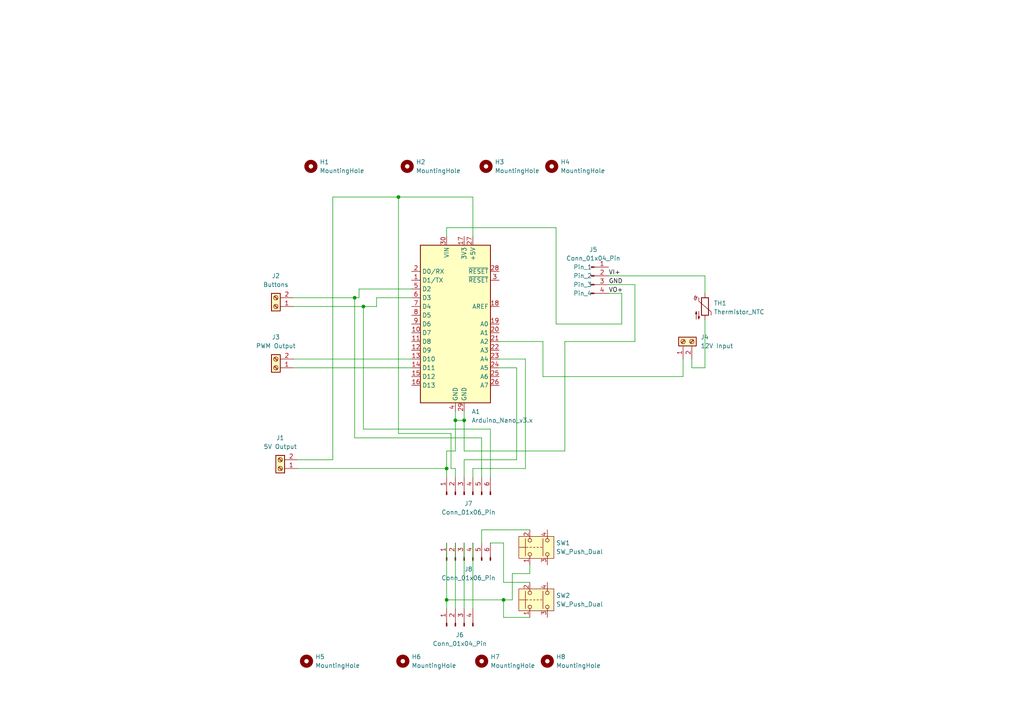
<source format=kicad_sch>
(kicad_sch (version 20250114) (generator "eeschema") (generator_version "9.0")
  (paper "A4")
  (lib_symbols
    (symbol "Conn_01x04_Pin_1" (pin_names (offset 1.016))
      (property "Reference" "J" (at 0 5.08 0))
      (property "Value" "Conn_01x04_Pin" (at 0 -7.62 0))
      (symbol "Conn_01x04_Pin_1_1_1"
        (rectangle (start 0.8636 2.667) (end 0 2.413) (stroke (width 0.1524)) (fill (type outline)))
        (rectangle (start 0.8636 0.127) (end 0 -0.127) (stroke (width 0.1524)) (fill (type outline)))
        (rectangle (start 0.8636 -2.413) (end 0 -2.667) (stroke (width 0.1524)) (fill (type outline)))
        (rectangle (start 0.8636 -4.953) (end 0 -5.207) (stroke (width 0.1524)) (fill (type outline)))
        (polyline (pts (xy 1.27 2.54) (xy 0.8636 2.54)) (stroke (width 0.1524)))
        (polyline (pts (xy 1.27 0) (xy 0.8636 0)) (stroke (width 0.1524)))
        (polyline (pts (xy 1.27 -2.54) (xy 0.8636 -2.54)) (stroke (width 0.1524)))
        (polyline (pts (xy 1.27 -5.08) (xy 0.8636 -5.08)) (stroke (width 0.1524)))
        (pin passive line (at 5.08 2.54 180) (length 3.81) (name "Pin_1") (number "1"))
        (pin passive line (at 5.08 0 180) (length 3.81) (name "Pin_2") (number "2"))
        (pin passive line (at 5.08 -2.54 180) (length 3.81) (name "Pin_3") (number "3"))
        (pin passive line (at 5.08 -5.08 180) (length 3.81) (name "Pin_4") (number "4"))
      )
    )
    (symbol "Connector:Conn_01x04_Pin" (pin_names (offset 1.016) (hide yes))
      (property "Reference" "J" (at 0 5.08 0))
      (property "Value" "Conn_01x04_Pin" (at 0 -7.62 0))
      (symbol "Conn_01x04_Pin_1_1"
        (rectangle (start 0.8636 2.667) (end 0 2.413) (stroke (width 0.1524)) (fill (type outline)))
        (rectangle (start 0.8636 0.127) (end 0 -0.127) (stroke (width 0.1524)) (fill (type outline)))
        (rectangle (start 0.8636 -2.413) (end 0 -2.667) (stroke (width 0.1524)) (fill (type outline)))
        (rectangle (start 0.8636 -4.953) (end 0 -5.207) (stroke (width 0.1524)) (fill (type outline)))
        (polyline (pts (xy 1.27 2.54) (xy 0.8636 2.54)) (stroke (width 0.1524)))
        (polyline (pts (xy 1.27 0) (xy 0.8636 0)) (stroke (width 0.1524)))
        (polyline (pts (xy 1.27 -2.54) (xy 0.8636 -2.54)) (stroke (width 0.1524)))
        (polyline (pts (xy 1.27 -5.08) (xy 0.8636 -5.08)) (stroke (width 0.1524)))
        (pin passive line (at 5.08 2.54 180) (length 3.81) (name "Pin_1") (number "1"))
        (pin passive line (at 5.08 0 180) (length 3.81) (name "Pin_2") (number "2"))
        (pin passive line (at 5.08 -2.54 180) (length 3.81) (name "Pin_3") (number "3"))
        (pin passive line (at 5.08 -5.08 180) (length 3.81) (name "Pin_4") (number "4"))
      )
    )
    (symbol "Connector:Conn_01x06_Pin" (pin_names (offset 1.016) (hide yes))
      (property "Reference" "J" (at 0 7.62 0))
      (property "Value" "Conn_01x06_Pin" (at 0 -10.16 0))
      (symbol "Conn_01x06_Pin_1_1"
        (rectangle (start 0.8636 5.207) (end 0 4.953) (stroke (width 0.1524)) (fill (type outline)))
        (rectangle (start 0.8636 2.667) (end 0 2.413) (stroke (width 0.1524)) (fill (type outline)))
        (rectangle (start 0.8636 0.127) (end 0 -0.127) (stroke (width 0.1524)) (fill (type outline)))
        (rectangle (start 0.8636 -2.413) (end 0 -2.667) (stroke (width 0.1524)) (fill (type outline)))
        (rectangle (start 0.8636 -4.953) (end 0 -5.207) (stroke (width 0.1524)) (fill (type outline)))
        (rectangle (start 0.8636 -7.493) (end 0 -7.747) (stroke (width 0.1524)) (fill (type outline)))
        (polyline (pts (xy 1.27 5.08) (xy 0.8636 5.08)) (stroke (width 0.1524)))
        (polyline (pts (xy 1.27 2.54) (xy 0.8636 2.54)) (stroke (width 0.1524)))
        (polyline (pts (xy 1.27 0) (xy 0.8636 0)) (stroke (width 0.1524)))
        (polyline (pts (xy 1.27 -2.54) (xy 0.8636 -2.54)) (stroke (width 0.1524)))
        (polyline (pts (xy 1.27 -5.08) (xy 0.8636 -5.08)) (stroke (width 0.1524)))
        (polyline (pts (xy 1.27 -7.62) (xy 0.8636 -7.62)) (stroke (width 0.1524)))
        (pin passive line (at 5.08 5.08 180) (length 3.81) (name "Pin_1") (number "1"))
        (pin passive line (at 5.08 2.54 180) (length 3.81) (name "Pin_2") (number "2"))
        (pin passive line (at 5.08 0 180) (length 3.81) (name "Pin_3") (number "3"))
        (pin passive line (at 5.08 -2.54 180) (length 3.81) (name "Pin_4") (number "4"))
        (pin passive line (at 5.08 -5.08 180) (length 3.81) (name "Pin_5") (number "5"))
        (pin passive line (at 5.08 -7.62 180) (length 3.81) (name "Pin_6") (number "6"))
      )
    )
    (symbol "Connector:Screw_Terminal_01x02" (pin_names (offset 1.016) (hide yes))
      (property "Reference" "J" (at 0 2.54 0))
      (property "Value" "Screw_Terminal_01x02" (at 0 -5.08 0))
      (symbol "Screw_Terminal_01x02_1_1"
        (rectangle (start -1.27 1.27) (end 1.27 -3.81) (stroke (width 0.254)) (fill (type background)))
        (polyline (pts (xy -0.5334 0.3302) (xy 0.3302 -0.508)) (stroke (width 0.1524)))
        (polyline (pts (xy -0.5334 -2.2098) (xy 0.3302 -3.048)) (stroke (width 0.1524)))
        (polyline (pts (xy -0.3556 0.508) (xy 0.508 -0.3302)) (stroke (width 0.1524)))
        (polyline (pts (xy -0.3556 -2.032) (xy 0.508 -2.8702)) (stroke (width 0.1524)))
        (circle (center 0 0) (radius 0.635) (stroke (width 0.1524)))
        (circle (center 0 -2.54) (radius 0.635) (stroke (width 0.1524)))
        (pin passive line (at -5.08 0 0) (length 3.81) (name "Pin_1") (number "1"))
        (pin passive line (at -5.08 -2.54 0) (length 3.81) (name "Pin_2") (number "2"))
      )
    )
    (symbol "Device:Thermistor_NTC" (pin_numbers (hide yes)) (pin_names (offset 0))
      (property "Reference" "TH" (at -4.445 0 90))
      (property "Value" "Thermistor_NTC" (at 3.175 0 90))
      (symbol "Thermistor_NTC_0_1"
        (arc (start -3.175 2.413) (mid -3.0506 2.3165) (end -3.048 2.159))
        (arc (start -3.048 2.794) (mid -2.9736 2.9736) (end -2.794 3.048))
        (arc (start -2.794 3.048) (mid -2.6144 2.9736) (end -2.54 2.794))
        (arc (start -2.794 2.54) (mid -2.9736 2.6144) (end -3.048 2.794))
        (arc (start -2.794 1.905) (mid -2.9736 1.9794) (end -3.048 2.159))
        (arc (start -2.54 2.159) (mid -2.6144 1.9794) (end -2.794 1.905))
        (arc (start -2.159 2.794) (mid -2.434 2.5608) (end -2.794 2.54))
        (polyline (pts (xy -2.54 2.159) (xy -2.54 2.794)))
        (polyline (pts (xy -2.54 -3.683) (xy -2.54 -1.397) (xy -2.794 -2.159) (xy -2.286 -2.159) (xy -2.54 -1.397) (xy -2.54 -1.651)) (fill (type outline)))
        (polyline (pts (xy -1.778 2.54) (xy -1.778 1.524) (xy 1.778 -1.524) (xy 1.778 -2.54)))
        (polyline (pts (xy -1.778 -1.397) (xy -1.778 -3.683) (xy -2.032 -2.921) (xy -1.524 -2.921) (xy -1.778 -3.683) (xy -1.778 -3.429)) (fill (type outline)))
        (rectangle (start -1.016 2.54) (end 1.016 -2.54) (stroke (width 0.254)))
      )
      (symbol "Thermistor_NTC_1_1"
        (pin passive line (at 0 3.81 270) (length 1.27) (name "~") (number "1"))
        (pin passive line (at 0 -3.81 90) (length 1.27) (name "~") (number "2"))
      )
    )
    (symbol "MCU_Module:Arduino_Nano_v3.x"
      (property "Reference" "A" (at -10.16 23.495 0))
      (property "Value" "Arduino_Nano_v3.x" (at 5.08 -24.13 0))
      (symbol "Arduino_Nano_v3.x_0_1"
        (rectangle (start -10.16 22.86) (end 10.16 -22.86) (stroke (width 0.254)) (fill (type background)))
      )
      (symbol "Arduino_Nano_v3.x_1_1"
        (pin bidirectional line (at -12.7 15.24 0) (length 2.54) (name "D0/RX") (number "2"))
        (pin bidirectional line (at -12.7 12.7 0) (length 2.54) (name "D1/TX") (number "1"))
        (pin bidirectional line (at -12.7 10.16 0) (length 2.54) (name "D2") (number "5"))
        (pin bidirectional line (at -12.7 7.62 0) (length 2.54) (name "D3") (number "6"))
        (pin bidirectional line (at -12.7 5.08 0) (length 2.54) (name "D4") (number "7"))
        (pin bidirectional line (at -12.7 2.54 0) (length 2.54) (name "D5") (number "8"))
        (pin bidirectional line (at -12.7 0 0) (length 2.54) (name "D6") (number "9"))
        (pin bidirectional line (at -12.7 -2.54 0) (length 2.54) (name "D7") (number "10"))
        (pin bidirectional line (at -12.7 -5.08 0) (length 2.54) (name "D8") (number "11"))
        (pin bidirectional line (at -12.7 -7.62 0) (length 2.54) (name "D9") (number "12"))
        (pin bidirectional line (at -12.7 -10.16 0) (length 2.54) (name "D10") (number "13"))
        (pin bidirectional line (at -12.7 -12.7 0) (length 2.54) (name "D11") (number "14"))
        (pin bidirectional line (at -12.7 -15.24 0) (length 2.54) (name "D12") (number "15"))
        (pin bidirectional line (at -12.7 -17.78 0) (length 2.54) (name "D13") (number "16"))
        (pin power_in line (at -2.54 25.4 270) (length 2.54) (name "VIN") (number "30"))
        (pin power_in line (at 0 -25.4 90) (length 2.54) (name "GND") (number "4"))
        (pin power_out line (at 2.54 25.4 270) (length 2.54) (name "3V3") (number "17"))
        (pin power_in line (at 2.54 -25.4 90) (length 2.54) (name "GND") (number "29"))
        (pin power_out line (at 5.08 25.4 270) (length 2.54) (name "+5V") (number "27"))
        (pin input line (at 12.7 15.24 180) (length 2.54) (name "~{RESET}") (number "28"))
        (pin input line (at 12.7 12.7 180) (length 2.54) (name "~{RESET}") (number "3"))
        (pin input line (at 12.7 5.08 180) (length 2.54) (name "AREF") (number "18"))
        (pin bidirectional line (at 12.7 0 180) (length 2.54) (name "A0") (number "19"))
        (pin bidirectional line (at 12.7 -2.54 180) (length 2.54) (name "A1") (number "20"))
        (pin bidirectional line (at 12.7 -5.08 180) (length 2.54) (name "A2") (number "21"))
        (pin bidirectional line (at 12.7 -7.62 180) (length 2.54) (name "A3") (number "22"))
        (pin bidirectional line (at 12.7 -10.16 180) (length 2.54) (name "A4") (number "23"))
        (pin bidirectional line (at 12.7 -12.7 180) (length 2.54) (name "A5") (number "24"))
        (pin bidirectional line (at 12.7 -15.24 180) (length 2.54) (name "A6") (number "25"))
        (pin bidirectional line (at 12.7 -17.78 180) (length 2.54) (name "A7") (number "26"))
      )
    )
    (symbol "Mechanical:MountingHole" (pin_names (offset 1.016)) (in_bom no)
      (property "Reference" "H" (at 0 5.08 0))
      (property "Value" "MountingHole" (at 0 3.175 0))
      (symbol "MountingHole_0_1"
        (circle (center 0 0) (radius 1.27) (stroke (width 1.27)))
      )
    )
    (symbol "Switch:SW_Push_Dual" (pin_names (offset 1.016) (hide yes))
      (property "Reference" "SW" (at 0 7.62 0))
      (property "Value" "SW_Push_Dual" (at 0 -6.35 0))
      (symbol "SW_Push_Dual_0_1"
        (circle (center -2.032 2.54) (radius 0.508))
        (circle (center -2.032 -2.54) (radius 0.508))
        (polyline (pts (xy 0 3.81) (xy 0 5.588)))
        (polyline (pts (xy 0 3.048) (xy 0 3.556)))
        (polyline (pts (xy 0 2.032) (xy 0 2.54)))
        (polyline (pts (xy 0 1.016) (xy 0 1.524)))
        (polyline (pts (xy 0 0.508) (xy 0 0)))
        (polyline (pts (xy 0 -0.508) (xy 0 -1.016)))
        (circle (center 2.032 2.54) (radius 0.508))
        (circle (center 2.032 -2.54) (radius 0.508))
        (polyline (pts (xy 2.54 3.81) (xy -2.54 3.81)))
        (polyline (pts (xy 2.54 -1.27) (xy -2.54 -1.27)))
        (pin passive line (at -5.08 2.54 0) (length 2.54) (name "1") (number "1"))
        (pin passive line (at -5.08 -2.54 0) (length 2.54) (name "3") (number "3"))
        (pin passive line (at 5.08 2.54 180) (length 2.54) (name "2") (number "2"))
        (pin passive line (at 5.08 -2.54 180) (length 2.54) (name "4") (number "4"))
      )
      (symbol "SW_Push_Dual_1_1"
        (rectangle (start -3.175 5.715) (end 3.175 -4.445) (fill (type background)))
      )
    )
  )
  (junction (at 102.87 86.36))
  (junction (at 105.41 88.9))
  (junction (at 134.62 121.92))
  (junction (at 115.57 57.15))
  (junction (at 129.54 173.99))
  (junction (at 129.54 135.89))
  (junction (at 132.08 121.92))
  (junction (at 146.05 173.99))
  (wire (pts (xy 132.08 121.92) (xy 132.08 119.38)))
  (wire (pts (xy 180.34 93.98) (xy 180.34 85.09)))
  (wire (pts (xy 85.09 106.68) (xy 119.38 106.68)))
  (wire (pts (xy 152.4 135.89) (xy 152.4 104.14)))
  (wire (pts (xy 157.48 109.22) (xy 198.12 109.22)))
  (wire (pts (xy 134.62 130.81) (xy 134.62 121.92)))
  (wire (pts (xy 109.22 88.9) (xy 109.22 86.36)))
  (wire (pts (xy 163.83 99.06) (xy 184.15 99.06)))
  (wire (pts (xy 105.41 88.9) (xy 109.22 88.9)))
  (wire (pts (xy 102.87 86.36) (xy 102.87 127)))
  (wire (pts (xy 104.14 86.36) (xy 104.14 83.82)))
  (wire (pts (xy 104.14 83.82) (xy 119.38 83.82)))
  (wire (pts (xy 132.08 130.81) (xy 132.08 121.92)))
  (wire (pts (xy 146.05 173.99) (xy 148.59 173.99)))
  (wire (pts (xy 137.16 157.48) (xy 137.16 176.53)))
  (wire (pts (xy 129.54 173.99) (xy 129.54 176.53)))
  (wire (pts (xy 139.7 153.67) (xy 139.7 157.48)))
  (wire (pts (xy 129.54 130.81) (xy 129.54 135.89)))
  (wire (pts (xy 134.62 130.81) (xy 163.83 130.81)))
  (wire (pts (xy 161.29 66.04) (xy 129.54 66.04)))
  (wire (pts (xy 153.67 163.83) (xy 153.67 166.37)))
  (wire (pts (xy 132.08 157.48) (xy 132.08 176.53)))
  (wire (pts (xy 129.54 66.04) (xy 129.54 68.58)))
  (wire (pts (xy 130.81 135.89) (xy 132.08 135.89)))
  (wire (pts (xy 134.62 133.35) (xy 149.86 133.35)))
  (wire (pts (xy 129.54 135.89) (xy 129.54 138.43)))
  (wire (pts (xy 137.16 135.89) (xy 152.4 135.89)))
  (wire (pts (xy 146.05 157.48) (xy 146.05 168.91)))
  (wire (pts (xy 96.52 57.15) (xy 115.57 57.15)))
  (wire (pts (xy 85.09 104.14) (xy 119.38 104.14)))
  (wire (pts (xy 184.15 82.55) (xy 176.53 82.55)))
  (wire (pts (xy 142.24 124.46) (xy 105.41 124.46)))
  (wire (pts (xy 204.47 106.68) (xy 200.66 106.68)))
  (wire (pts (xy 109.22 86.36) (xy 119.38 86.36)))
  (wire (pts (xy 144.78 104.14) (xy 152.4 104.14)))
  (wire (pts (xy 139.7 127) (xy 102.87 127)))
  (wire (pts (xy 153.67 168.91) (xy 146.05 168.91)))
  (wire (pts (xy 96.52 57.15) (xy 96.52 133.35)))
  (wire (pts (xy 129.54 157.48) (xy 129.54 173.99)))
  (wire (pts (xy 161.29 66.04) (xy 161.29 93.98)))
  (wire (pts (xy 161.29 93.98) (xy 180.34 93.98)))
  (wire (pts (xy 153.67 179.07) (xy 146.05 179.07)))
  (wire (pts (xy 149.86 106.68) (xy 144.78 106.68)))
  (wire (pts (xy 157.48 99.06) (xy 157.48 109.22)))
  (wire (pts (xy 146.05 157.48) (xy 142.24 157.48)))
  (wire (pts (xy 129.54 130.81) (xy 132.08 130.81)))
  (wire (pts (xy 204.47 80.01) (xy 204.47 85.09)))
  (wire (pts (xy 134.62 133.35) (xy 134.62 138.43)))
  (wire (pts (xy 200.66 106.68) (xy 200.66 104.14)))
  (wire (pts (xy 184.15 99.06) (xy 184.15 82.55)))
  (wire (pts (xy 105.41 88.9) (xy 105.41 124.46)))
  (wire (pts (xy 132.08 135.89) (xy 132.08 138.43)))
  (wire (pts (xy 96.52 133.35) (xy 86.36 133.35)))
  (wire (pts (xy 132.08 121.92) (xy 134.62 121.92)))
  (wire (pts (xy 102.87 86.36) (xy 104.14 86.36)))
  (wire (pts (xy 134.62 157.48) (xy 134.62 176.53)))
  (wire (pts (xy 153.67 166.37) (xy 148.59 166.37)))
  (wire (pts (xy 176.53 80.01) (xy 204.47 80.01)))
  (wire (pts (xy 85.09 86.36) (xy 102.87 86.36)))
  (wire (pts (xy 130.81 125.73) (xy 130.81 135.89)))
  (wire (pts (xy 115.57 57.15) (xy 137.16 57.15)))
  (wire (pts (xy 148.59 166.37) (xy 148.59 173.99)))
  (wire (pts (xy 139.7 138.43) (xy 139.7 127)))
  (wire (pts (xy 115.57 125.73) (xy 130.81 125.73)))
  (wire (pts (xy 134.62 121.92) (xy 134.62 119.38)))
  (wire (pts (xy 146.05 173.99) (xy 146.05 179.07)))
  (wire (pts (xy 198.12 104.14) (xy 198.12 109.22)))
  (wire (pts (xy 163.83 99.06) (xy 163.83 130.81)))
  (wire (pts (xy 85.09 88.9) (xy 105.41 88.9)))
  (wire (pts (xy 115.57 125.73) (xy 115.57 57.15)))
  (wire (pts (xy 129.54 173.99) (xy 146.05 173.99)))
  (wire (pts (xy 137.16 57.15) (xy 137.16 68.58)))
  (wire (pts (xy 86.36 135.89) (xy 129.54 135.89)))
  (wire (pts (xy 137.16 135.89) (xy 137.16 138.43)))
  (wire (pts (xy 153.67 153.67) (xy 139.7 153.67)))
  (wire (pts (xy 144.78 99.06) (xy 157.48 99.06)))
  (wire (pts (xy 142.24 138.43) (xy 142.24 124.46)))
  (wire (pts (xy 180.34 85.09) (xy 176.53 85.09)))
  (wire (pts (xy 204.47 106.68) (xy 204.47 92.71)))
  (wire (pts (xy 149.86 133.35) (xy 149.86 106.68)))
  (label "VI+" (at 176.53 80.01 0))
  (label "VO+" (at 176.53 85.09 0))
  (label "GND" (at 176.53 82.55 0))
  (symbol (lib_id "Mechanical:MountingHole") (at 139.7 191.77 0) (unit 1) (in_bom no)
    (property "Reference" "H7" (at 142.24 190.4999 0) (effects (justify left)))
    (property "Value" "MountingHole" (at 142.24 193.0399 0) (effects (justify left)))
    (property "Footprint" "MountingHole:MountingHole_2.2mm_M2_DIN965_Pad" (effects (hide yes)))
    (property "Description" "Mounting Hole without connection" (effects (hide yes)))
  )
  (symbol (lib_id "Device:Thermistor_NTC") (at 204.47 88.9 0) (unit 1)
    (property "Reference" "TH1" (at 207.01 87.9474 0) (effects (justify left)))
    (property "Value" "Thermistor_NTC" (at 207.01 90.4874 0) (effects (justify left)))
    (property "Footprint" "Resistor_THT:R_Axial_DIN0204_L3.6mm_D1.6mm_P5.08mm_Vertical" (effects (hide yes)))
    (property "Description" "Temperature dependent resistor, negative temperature coefficient" (effects (hide yes)))
  )
  (symbol (lib_id "Mechanical:MountingHole") (at 158.75 191.77 0) (unit 1) (in_bom no)
    (property "Reference" "H8" (at 161.29 190.4999 0) (effects (justify left)))
    (property "Value" "MountingHole" (at 161.29 193.0399 0) (effects (justify left)))
    (property "Footprint" "MountingHole:MountingHole_2.2mm_M2_DIN965_Pad" (effects (hide yes)))
    (property "Description" "Mounting Hole without connection" (effects (hide yes)))
  )
  (symbol (lib_id "Mechanical:MountingHole") (at 116.84 191.77 0) (unit 1) (in_bom no)
    (property "Reference" "H6" (at 119.38 190.4999 0) (effects (justify left)))
    (property "Value" "MountingHole" (at 119.38 193.0399 0) (effects (justify left)))
    (property "Footprint" "MountingHole:MountingHole_2.2mm_M2_DIN965_Pad" (effects (hide yes)))
    (property "Description" "Mounting Hole without connection" (effects (hide yes)))
  )
  (symbol (lib_id "Connector:Screw_Terminal_01x02") (at 198.12 99.06 90) (unit 1)
    (property "Reference" "J4" (at 203.2 97.7899 90) (effects (justify right)))
    (property "Value" "12V Input" (at 203.2 100.3299 90) (effects (justify right)))
    (property "Footprint" "TerminalBlock:TerminalBlock_bornier-2_P5.08mm" (effects (hide yes)))
    (property "Description" "Generic screw terminal, single row, 01x02, script generated (kicad-library-utils/schlib/autogen/connector/)" (effects (hide yes)))
  )
  (symbol (lib_id "MCU_Module:Arduino_Nano_v3.x") (at 132.08 93.98 0) (unit 1)
    (property "Reference" "A1" (at 136.7633 119.38 0) (effects (justify left)))
    (property "Value" "Arduino_Nano_v3.x" (at 136.7633 121.92 0) (effects (justify left)))
    (property "Footprint" "Module:Arduino_Nano" (effects (hide yes)))
    (property "Datasheet" "http://www.mouser.com/pdfdocs/Gravitech_Arduino_Nano3_0.pdf" (effects (hide yes)))
    (property "Description" "Arduino Nano v3.x" (effects (hide yes)))
  )
  (symbol (lib_id "Connector:Conn_01x04_Pin") (at 132.08 181.61 90) (unit 1)
    (property "Reference" "J6" (at 133.35 184.15 90))
    (property "Value" "Conn_01x04_Pin" (at 133.35 186.69 90))
    (property "Footprint" "Connector_PinHeader_2.54mm:PinHeader_1x04_P2.54mm_Vertical" (effects (hide yes)))
    (property "Description" "Generic connector, single row, 01x04, script generated" (effects (hide yes)))
  )
  (symbol (lib_id "Switch:SW_Push_Dual") (at 156.21 173.99 90) (unit 1)
    (property "Reference" "SW2" (at 161.29 172.7199 90) (effects (justify right)))
    (property "Value" "SW_Push_Dual" (at 161.29 175.2599 90) (effects (justify right)))
    (property "Footprint" "Button_Switch_THT:SW_PUSH-12mm" (effects (hide yes)))
    (property "Description" "Push button switch, generic, symbol, four pins" (effects (hide yes)))
  )
  (symbol (lib_id "Connector:Screw_Terminal_01x02") (at 80.01 106.68 180) (unit 1)
    (property "Reference" "J3" (at 80.01 97.79 0))
    (property "Value" "PWM Output" (at 80.01 100.33 0))
    (property "Footprint" "TerminalBlock:TerminalBlock_bornier-2_P5.08mm" (effects (hide yes)))
    (property "Description" "Generic screw terminal, single row, 01x02, script generated (kicad-library-utils/schlib/autogen/connector/)" (effects (hide yes)))
  )
  (symbol (lib_id "Connector:Conn_01x06_Pin") (at 134.62 162.56 90) (unit 1)
    (property "Reference" "J8" (at 135.89 165.1 90))
    (property "Value" "Conn_01x06_Pin" (at 135.89 167.64 90))
    (property "Footprint" "Connector_PinHeader_2.54mm:PinHeader_1x06_P2.54mm_Vertical" (effects (hide yes)))
    (property "Description" "Generic connector, single row, 01x06, script generated" (effects (hide yes)))
  )
  (symbol (lib_id "Mechanical:MountingHole") (at 90.17 48.26 0) (unit 1) (in_bom no)
    (property "Reference" "H1" (at 92.71 46.9899 0) (effects (justify left)))
    (property "Value" "MountingHole" (at 92.71 49.5299 0) (effects (justify left)))
    (property "Footprint" "MountingHole:MountingHole_2.2mm_M2_DIN965_Pad" (effects (hide yes)))
    (property "Description" "Mounting Hole without connection" (effects (hide yes)))
  )
  (symbol (lib_id "Connector:Screw_Terminal_01x02") (at 80.01 88.9 180) (unit 1)
    (property "Reference" "J2" (at 80.01 80.01 0))
    (property "Value" "Buttons" (at 80.01 82.55 0))
    (property "Footprint" "TerminalBlock:TerminalBlock_bornier-2_P5.08mm" (effects (hide yes)))
    (property "Description" "Generic screw terminal, single row, 01x02, script generated (kicad-library-utils/schlib/autogen/connector/)" (effects (hide yes)))
  )
  (symbol (lib_id "Connector:Screw_Terminal_01x02") (at 81.28 135.89 180) (unit 1)
    (property "Reference" "J1" (at 81.28 127 0))
    (property "Value" "5V Output" (at 81.28 129.54 0))
    (property "Footprint" "TerminalBlock:TerminalBlock_bornier-2_P5.08mm" (effects (hide yes)))
    (property "Description" "Generic screw terminal, single row, 01x02, script generated (kicad-library-utils/schlib/autogen/connector/)" (effects (hide yes)))
  )
  (symbol (lib_id "Mechanical:MountingHole") (at 118.11 48.26 0) (unit 1) (in_bom no)
    (property "Reference" "H2" (at 120.65 46.9899 0) (effects (justify left)))
    (property "Value" "MountingHole" (at 120.65 49.5299 0) (effects (justify left)))
    (property "Footprint" "MountingHole:MountingHole_2.2mm_M2_DIN965_Pad" (effects (hide yes)))
    (property "Description" "Mounting Hole without connection" (effects (hide yes)))
  )
  (symbol (lib_id "Mechanical:MountingHole") (at 160.02 48.26 0) (unit 1) (in_bom no)
    (property "Reference" "H4" (at 162.56 46.9899 0) (effects (justify left)))
    (property "Value" "MountingHole" (at 162.56 49.5299 0) (effects (justify left)))
    (property "Footprint" "MountingHole:MountingHole_2.2mm_M2_DIN965_Pad" (effects (hide yes)))
    (property "Description" "Mounting Hole without connection" (effects (hide yes)))
  )
  (symbol (lib_id "Connector:Conn_01x06_Pin") (at 134.62 143.51 90) (unit 1)
    (property "Reference" "J7" (at 135.89 146.05 90))
    (property "Value" "Conn_01x06_Pin" (at 135.89 148.59 90))
    (property "Footprint" "Connector_PinHeader_2.54mm:PinHeader_1x06_P2.54mm_Vertical" (effects (hide yes)))
    (property "Description" "Generic connector, single row, 01x06, script generated" (effects (hide yes)))
  )
  (symbol (lib_id "Switch:SW_Push_Dual") (at 156.21 158.75 90) (unit 1)
    (property "Reference" "SW1" (at 161.29 157.4799 90) (effects (justify right)))
    (property "Value" "SW_Push_Dual" (at 161.29 160.0199 90) (effects (justify right)))
    (property "Footprint" "Button_Switch_THT:SW_PUSH-12mm" (effects (hide yes)))
    (property "Description" "Push button switch, generic, symbol, four pins" (effects (hide yes)))
  )
  (symbol (lib_name "Conn_01x04_Pin_1") (lib_id "Connector:Conn_01x04_Pin") (at 171.45 80.01 0) (unit 1)
    (property "Reference" "J5" (at 172.085 72.39 0))
    (property "Value" "Conn_01x04_Pin" (at 172.085 74.93 0))
    (property "Footprint" "Connector_PinHeader_2.54mm:PinHeader_1x04_P2.54mm_Vertical" (effects (hide yes)))
    (property "Description" "Generic connector, single row, 01x04, script generated" (effects (hide yes)))
  )
  (symbol (lib_id "Mechanical:MountingHole") (at 88.9 191.77 0) (unit 1) (in_bom no)
    (property "Reference" "H5" (at 91.44 190.4999 0) (effects (justify left)))
    (property "Value" "MountingHole" (at 91.44 193.0399 0) (effects (justify left)))
    (property "Footprint" "MountingHole:MountingHole_2.2mm_M2_DIN965_Pad" (effects (hide yes)))
    (property "Description" "Mounting Hole without connection" (effects (hide yes)))
  )
  (symbol (lib_id "Mechanical:MountingHole") (at 140.97 48.26 0) (unit 1) (in_bom no)
    (property "Reference" "H3" (at 143.51 46.9899 0) (effects (justify left)))
    (property "Value" "MountingHole" (at 143.51 49.5299 0) (effects (justify left)))
    (property "Footprint" "MountingHole:MountingHole_2.2mm_M2_DIN965_Pad" (effects (hide yes)))
    (property "Description" "Mounting Hole without connection" (effects (hide yes)))
  )
)
</source>
